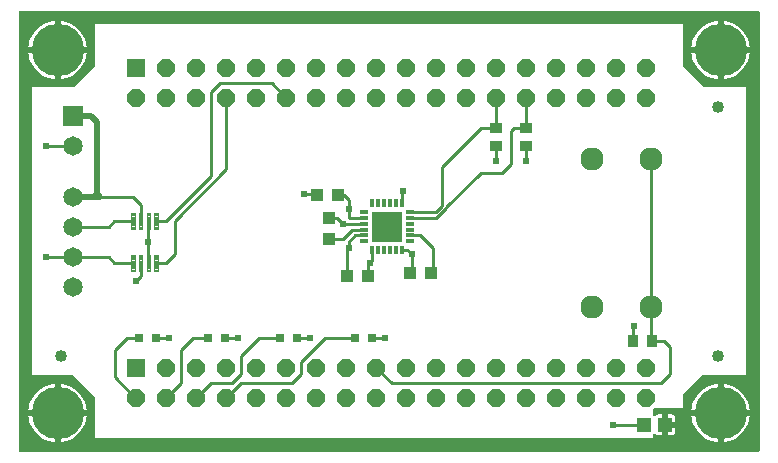
<source format=gbr>
G04 EAGLE Gerber RS-274X export*
G75*
%MOMM*%
%FSLAX34Y34*%
%LPD*%
%INTop Copper*%
%IPPOS*%
%AMOC8*
5,1,8,0,0,1.08239X$1,22.5*%
G01*
%ADD10R,1.524000X1.524000*%
%ADD11P,1.649562X8X22.500000*%
%ADD12C,1.960000*%
%ADD13C,0.100000*%
%ADD14R,0.800000X0.800000*%
%ADD15R,1.100000X1.000000*%
%ADD16R,0.949959X1.031241*%
%ADD17R,0.750000X0.350000*%
%ADD18R,0.350000X0.750000*%
%ADD19R,2.600000X2.600000*%
%ADD20C,1.651000*%
%ADD21R,1.000000X1.100000*%
%ADD22C,4.445000*%
%ADD23C,1.016000*%
%ADD24R,1.143000X1.270000*%
%ADD25R,1.651000X1.651000*%
%ADD26R,1.031241X0.949959*%
%ADD27C,0.254000*%
%ADD28C,0.609600*%
%ADD29C,0.508000*%

G36*
X629904Y374768D02*
X629904Y374768D01*
X629897Y374887D01*
X629884Y374925D01*
X629879Y374966D01*
X629836Y375076D01*
X629799Y375189D01*
X629777Y375224D01*
X629762Y375261D01*
X629693Y375357D01*
X629629Y375458D01*
X629599Y375486D01*
X629576Y375519D01*
X629484Y375595D01*
X629397Y375676D01*
X629362Y375696D01*
X629331Y375721D01*
X629223Y375772D01*
X629119Y375830D01*
X629079Y375840D01*
X629043Y375857D01*
X628926Y375879D01*
X628811Y375909D01*
X628751Y375913D01*
X628731Y375917D01*
X628710Y375915D01*
X628650Y375919D01*
X3810Y375919D01*
X3692Y375904D01*
X3573Y375897D01*
X3535Y375884D01*
X3494Y375879D01*
X3384Y375836D01*
X3271Y375799D01*
X3236Y375777D01*
X3199Y375762D01*
X3103Y375693D01*
X3002Y375629D01*
X2974Y375599D01*
X2941Y375576D01*
X2865Y375484D01*
X2784Y375397D01*
X2764Y375362D01*
X2739Y375331D01*
X2688Y375223D01*
X2630Y375119D01*
X2620Y375079D01*
X2603Y375043D01*
X2581Y374926D01*
X2551Y374811D01*
X2547Y374751D01*
X2543Y374731D01*
X2545Y374710D01*
X2541Y374650D01*
X2541Y3810D01*
X2556Y3692D01*
X2563Y3573D01*
X2576Y3535D01*
X2581Y3494D01*
X2624Y3384D01*
X2661Y3271D01*
X2683Y3236D01*
X2698Y3199D01*
X2767Y3103D01*
X2831Y3002D01*
X2861Y2974D01*
X2884Y2941D01*
X2976Y2865D01*
X3063Y2784D01*
X3098Y2764D01*
X3129Y2739D01*
X3237Y2688D01*
X3341Y2630D01*
X3381Y2620D01*
X3417Y2603D01*
X3534Y2581D01*
X3649Y2551D01*
X3709Y2547D01*
X3729Y2543D01*
X3750Y2545D01*
X3810Y2541D01*
X628650Y2541D01*
X628768Y2556D01*
X628887Y2563D01*
X628925Y2576D01*
X628966Y2581D01*
X629076Y2624D01*
X629189Y2661D01*
X629224Y2683D01*
X629261Y2698D01*
X629357Y2767D01*
X629458Y2831D01*
X629486Y2861D01*
X629519Y2884D01*
X629595Y2976D01*
X629676Y3063D01*
X629696Y3098D01*
X629721Y3129D01*
X629772Y3237D01*
X629830Y3341D01*
X629840Y3381D01*
X629857Y3417D01*
X629879Y3534D01*
X629909Y3649D01*
X629913Y3709D01*
X629917Y3729D01*
X629915Y3750D01*
X629919Y3810D01*
X629919Y374650D01*
X629904Y374768D01*
G37*
%LPC*%
G36*
X48260Y311151D02*
X48260Y311151D01*
X48358Y311163D01*
X48457Y311166D01*
X48515Y311183D01*
X48576Y311191D01*
X48668Y311227D01*
X48763Y311255D01*
X48815Y311285D01*
X48871Y311308D01*
X48951Y311366D01*
X49037Y311416D01*
X49112Y311482D01*
X49129Y311494D01*
X49136Y311504D01*
X49158Y311523D01*
X66938Y329303D01*
X66998Y329381D01*
X67066Y329453D01*
X67095Y329506D01*
X67132Y329554D01*
X67172Y329645D01*
X67220Y329731D01*
X67235Y329790D01*
X67259Y329846D01*
X67274Y329944D01*
X67299Y330039D01*
X67305Y330139D01*
X67309Y330160D01*
X67307Y330172D01*
X67309Y330200D01*
X67309Y364491D01*
X565151Y364491D01*
X565151Y330200D01*
X565163Y330102D01*
X565166Y330003D01*
X565183Y329945D01*
X565191Y329884D01*
X565227Y329792D01*
X565255Y329697D01*
X565285Y329645D01*
X565308Y329589D01*
X565366Y329509D01*
X565416Y329423D01*
X565482Y329348D01*
X565494Y329331D01*
X565504Y329324D01*
X565523Y329303D01*
X583303Y311523D01*
X583381Y311462D01*
X583453Y311394D01*
X583506Y311365D01*
X583554Y311328D01*
X583645Y311288D01*
X583731Y311240D01*
X583790Y311225D01*
X583846Y311201D01*
X583944Y311186D01*
X584039Y311161D01*
X584139Y311155D01*
X584160Y311151D01*
X584172Y311153D01*
X584200Y311151D01*
X618491Y311151D01*
X618491Y67309D01*
X581660Y67309D01*
X581562Y67297D01*
X581463Y67294D01*
X581405Y67277D01*
X581344Y67269D01*
X581252Y67233D01*
X581157Y67205D01*
X581105Y67175D01*
X581049Y67152D01*
X580969Y67094D01*
X580883Y67044D01*
X580808Y66978D01*
X580791Y66966D01*
X580784Y66956D01*
X580763Y66938D01*
X565523Y51698D01*
X565462Y51619D01*
X565394Y51547D01*
X565365Y51494D01*
X565328Y51446D01*
X565288Y51355D01*
X565240Y51269D01*
X565225Y51210D01*
X565201Y51154D01*
X565186Y51056D01*
X565161Y50961D01*
X565155Y50861D01*
X565154Y50854D01*
X565153Y50853D01*
X565151Y50840D01*
X565153Y50828D01*
X565151Y50800D01*
X565151Y39369D01*
X541020Y39369D01*
X540902Y39354D01*
X540783Y39347D01*
X540745Y39334D01*
X540704Y39329D01*
X540594Y39286D01*
X540481Y39249D01*
X540446Y39227D01*
X540409Y39212D01*
X540313Y39143D01*
X540212Y39079D01*
X540184Y39049D01*
X540151Y39026D01*
X540076Y38934D01*
X539994Y38847D01*
X539974Y38812D01*
X539949Y38781D01*
X539898Y38673D01*
X539840Y38569D01*
X539830Y38529D01*
X539813Y38493D01*
X539791Y38376D01*
X539761Y38261D01*
X539757Y38201D01*
X539753Y38181D01*
X539754Y38165D01*
X539753Y38160D01*
X539754Y38150D01*
X539751Y38100D01*
X539751Y33871D01*
X539769Y33726D01*
X539784Y33581D01*
X539789Y33568D01*
X539791Y33555D01*
X539844Y33420D01*
X539895Y33283D01*
X539903Y33272D01*
X539908Y33259D01*
X539994Y33141D01*
X540076Y33022D01*
X540087Y33013D01*
X540094Y33002D01*
X540207Y32909D01*
X540317Y32814D01*
X540329Y32808D01*
X540339Y32799D01*
X540471Y32737D01*
X540602Y32672D01*
X540615Y32669D01*
X540627Y32664D01*
X540770Y32636D01*
X540913Y32606D01*
X540926Y32607D01*
X540940Y32604D01*
X541085Y32613D01*
X541231Y32619D01*
X541244Y32623D01*
X541257Y32624D01*
X541396Y32669D01*
X541535Y32711D01*
X541547Y32718D01*
X541559Y32722D01*
X541683Y32800D01*
X541807Y32875D01*
X541817Y32885D01*
X541828Y32892D01*
X541929Y32999D01*
X542030Y33102D01*
X542040Y33117D01*
X542046Y33124D01*
X542054Y33139D01*
X542119Y33236D01*
X542162Y33310D01*
X542635Y33783D01*
X543214Y34118D01*
X543861Y34291D01*
X547371Y34291D01*
X547371Y26670D01*
X547386Y26552D01*
X547393Y26433D01*
X547406Y26395D01*
X547411Y26355D01*
X547454Y26244D01*
X547491Y26131D01*
X547513Y26096D01*
X547528Y26059D01*
X547598Y25963D01*
X547661Y25862D01*
X547691Y25834D01*
X547715Y25802D01*
X547806Y25726D01*
X547893Y25644D01*
X547928Y25625D01*
X547959Y25599D01*
X548067Y25548D01*
X548171Y25491D01*
X548211Y25480D01*
X548247Y25463D01*
X548364Y25441D01*
X548479Y25411D01*
X548540Y25407D01*
X548560Y25403D01*
X548580Y25405D01*
X548640Y25401D01*
X549911Y25401D01*
X549911Y25399D01*
X548640Y25399D01*
X548522Y25384D01*
X548403Y25377D01*
X548365Y25364D01*
X548325Y25359D01*
X548214Y25315D01*
X548101Y25279D01*
X548066Y25257D01*
X548029Y25242D01*
X547933Y25172D01*
X547832Y25109D01*
X547804Y25079D01*
X547771Y25055D01*
X547696Y24964D01*
X547614Y24877D01*
X547594Y24842D01*
X547569Y24810D01*
X547518Y24703D01*
X547460Y24599D01*
X547450Y24559D01*
X547433Y24523D01*
X547411Y24406D01*
X547381Y24291D01*
X547377Y24230D01*
X547373Y24210D01*
X547374Y24201D01*
X547373Y24198D01*
X547374Y24184D01*
X547371Y24130D01*
X547371Y16509D01*
X543861Y16509D01*
X543214Y16682D01*
X542635Y17017D01*
X542162Y17490D01*
X542119Y17564D01*
X542031Y17680D01*
X541946Y17798D01*
X541935Y17806D01*
X541927Y17817D01*
X541813Y17908D01*
X541701Y18001D01*
X541688Y18006D01*
X541678Y18015D01*
X541544Y18074D01*
X541413Y18136D01*
X541400Y18139D01*
X541387Y18144D01*
X541243Y18169D01*
X541101Y18196D01*
X541087Y18195D01*
X541074Y18197D01*
X540928Y18185D01*
X540783Y18176D01*
X540770Y18172D01*
X540757Y18171D01*
X540619Y18123D01*
X540481Y18078D01*
X540469Y18071D01*
X540456Y18067D01*
X540335Y17986D01*
X540212Y17908D01*
X540203Y17898D01*
X540191Y17891D01*
X540094Y17783D01*
X539994Y17676D01*
X539987Y17665D01*
X539978Y17655D01*
X539911Y17526D01*
X539840Y17398D01*
X539837Y17385D01*
X539831Y17373D01*
X539797Y17231D01*
X539761Y17090D01*
X539760Y17072D01*
X539758Y17063D01*
X539758Y17046D01*
X539751Y16929D01*
X539751Y13969D01*
X67309Y13969D01*
X67309Y48260D01*
X67297Y48358D01*
X67294Y48457D01*
X67277Y48515D01*
X67269Y48576D01*
X67233Y48668D01*
X67205Y48763D01*
X67175Y48815D01*
X67152Y48871D01*
X67094Y48951D01*
X67044Y49037D01*
X66978Y49112D01*
X66966Y49129D01*
X66956Y49136D01*
X66938Y49158D01*
X49158Y66938D01*
X49079Y66998D01*
X49007Y67066D01*
X48954Y67095D01*
X48906Y67132D01*
X48815Y67172D01*
X48729Y67220D01*
X48670Y67235D01*
X48614Y67259D01*
X48516Y67274D01*
X48421Y67299D01*
X48321Y67305D01*
X48300Y67309D01*
X48288Y67307D01*
X48260Y67309D01*
X13969Y67309D01*
X13969Y311151D01*
X48260Y311151D01*
G37*
%LPD*%
%LPC*%
G36*
X599439Y345439D02*
X599439Y345439D01*
X599439Y367536D01*
X601055Y367354D01*
X603767Y366735D01*
X606392Y365817D01*
X608899Y364610D01*
X611254Y363130D01*
X613429Y361395D01*
X615395Y359429D01*
X617130Y357254D01*
X618610Y354899D01*
X619817Y352392D01*
X620735Y349767D01*
X621354Y347055D01*
X621536Y345439D01*
X599439Y345439D01*
G37*
%LPD*%
%LPC*%
G36*
X38099Y38099D02*
X38099Y38099D01*
X38099Y60196D01*
X39715Y60014D01*
X42427Y59395D01*
X45052Y58477D01*
X47559Y57270D01*
X49914Y55790D01*
X52089Y54055D01*
X54055Y52089D01*
X55790Y49914D01*
X57270Y47559D01*
X58477Y45052D01*
X59395Y42427D01*
X60014Y39715D01*
X60196Y38099D01*
X38099Y38099D01*
G37*
%LPD*%
%LPC*%
G36*
X599439Y38099D02*
X599439Y38099D01*
X599439Y60196D01*
X601055Y60014D01*
X603767Y59395D01*
X606392Y58477D01*
X608899Y57270D01*
X611254Y55790D01*
X613429Y54055D01*
X615395Y52089D01*
X617130Y49914D01*
X618610Y47559D01*
X619817Y45052D01*
X620735Y42427D01*
X621354Y39715D01*
X621536Y38099D01*
X599439Y38099D01*
G37*
%LPD*%
%LPC*%
G36*
X38099Y345439D02*
X38099Y345439D01*
X38099Y367536D01*
X39715Y367354D01*
X42427Y366735D01*
X45052Y365817D01*
X47559Y364610D01*
X49914Y363130D01*
X52089Y361395D01*
X54055Y359429D01*
X55790Y357254D01*
X57270Y354899D01*
X58477Y352392D01*
X59395Y349767D01*
X60014Y347055D01*
X60196Y345439D01*
X38099Y345439D01*
G37*
%LPD*%
%LPC*%
G36*
X572264Y38099D02*
X572264Y38099D01*
X572446Y39715D01*
X573065Y42427D01*
X573983Y45052D01*
X575190Y47559D01*
X576670Y49914D01*
X578405Y52089D01*
X580371Y54055D01*
X582546Y55790D01*
X584901Y57270D01*
X587408Y58477D01*
X590033Y59395D01*
X592745Y60014D01*
X594361Y60196D01*
X594361Y38099D01*
X572264Y38099D01*
G37*
%LPD*%
%LPC*%
G36*
X10924Y38099D02*
X10924Y38099D01*
X11106Y39715D01*
X11725Y42427D01*
X12643Y45052D01*
X13850Y47559D01*
X15330Y49914D01*
X17065Y52089D01*
X19031Y54055D01*
X21206Y55790D01*
X23561Y57270D01*
X26068Y58477D01*
X28693Y59395D01*
X31405Y60014D01*
X33021Y60196D01*
X33021Y38099D01*
X10924Y38099D01*
G37*
%LPD*%
%LPC*%
G36*
X599439Y340361D02*
X599439Y340361D01*
X621536Y340361D01*
X621354Y338745D01*
X620735Y336033D01*
X619817Y333408D01*
X618610Y330901D01*
X617130Y328546D01*
X615395Y326371D01*
X613429Y324405D01*
X611254Y322670D01*
X608899Y321190D01*
X606392Y319983D01*
X603767Y319065D01*
X601055Y318446D01*
X599439Y318264D01*
X599439Y340361D01*
G37*
%LPD*%
%LPC*%
G36*
X599439Y33021D02*
X599439Y33021D01*
X621536Y33021D01*
X621354Y31405D01*
X620735Y28693D01*
X619817Y26068D01*
X618610Y23561D01*
X617130Y21206D01*
X615395Y19031D01*
X613429Y17065D01*
X611254Y15330D01*
X608899Y13850D01*
X606392Y12643D01*
X603767Y11725D01*
X601055Y11106D01*
X599439Y10924D01*
X599439Y33021D01*
G37*
%LPD*%
%LPC*%
G36*
X38099Y340361D02*
X38099Y340361D01*
X60196Y340361D01*
X60014Y338745D01*
X59395Y336033D01*
X58477Y333408D01*
X57270Y330901D01*
X55790Y328546D01*
X54055Y326371D01*
X52089Y324405D01*
X49914Y322670D01*
X47559Y321190D01*
X45052Y319983D01*
X42427Y319065D01*
X39715Y318446D01*
X38099Y318264D01*
X38099Y340361D01*
G37*
%LPD*%
%LPC*%
G36*
X38099Y33021D02*
X38099Y33021D01*
X60196Y33021D01*
X60014Y31405D01*
X59395Y28693D01*
X58477Y26068D01*
X57270Y23561D01*
X55790Y21206D01*
X54055Y19031D01*
X52089Y17065D01*
X49914Y15330D01*
X47559Y13850D01*
X45052Y12643D01*
X42427Y11725D01*
X39715Y11106D01*
X38099Y10924D01*
X38099Y33021D01*
G37*
%LPD*%
%LPC*%
G36*
X572264Y345439D02*
X572264Y345439D01*
X572446Y347055D01*
X573065Y349767D01*
X573983Y352392D01*
X575190Y354899D01*
X576670Y357254D01*
X578405Y359429D01*
X580371Y361395D01*
X582546Y363130D01*
X584901Y364610D01*
X587408Y365817D01*
X590033Y366735D01*
X592745Y367354D01*
X594361Y367536D01*
X594361Y345439D01*
X572264Y345439D01*
G37*
%LPD*%
%LPC*%
G36*
X10924Y345439D02*
X10924Y345439D01*
X11106Y347055D01*
X11725Y349767D01*
X12643Y352392D01*
X13850Y354899D01*
X15330Y357254D01*
X17065Y359429D01*
X19031Y361395D01*
X21206Y363130D01*
X23561Y364610D01*
X26068Y365817D01*
X28693Y366735D01*
X31405Y367354D01*
X33021Y367536D01*
X33021Y345439D01*
X10924Y345439D01*
G37*
%LPD*%
%LPC*%
G36*
X31405Y11106D02*
X31405Y11106D01*
X28693Y11725D01*
X26068Y12643D01*
X23561Y13850D01*
X21206Y15330D01*
X19031Y17065D01*
X17065Y19031D01*
X15330Y21206D01*
X13850Y23561D01*
X12643Y26068D01*
X11725Y28693D01*
X11106Y31405D01*
X10924Y33021D01*
X33021Y33021D01*
X33021Y10924D01*
X31405Y11106D01*
G37*
%LPD*%
%LPC*%
G36*
X31405Y318446D02*
X31405Y318446D01*
X28693Y319065D01*
X26068Y319983D01*
X23561Y321190D01*
X21206Y322670D01*
X19031Y324405D01*
X17065Y326371D01*
X15330Y328546D01*
X13850Y330901D01*
X12643Y333408D01*
X11725Y336033D01*
X11106Y338745D01*
X10924Y340361D01*
X33021Y340361D01*
X33021Y318264D01*
X31405Y318446D01*
G37*
%LPD*%
%LPC*%
G36*
X592745Y11106D02*
X592745Y11106D01*
X590033Y11725D01*
X587408Y12643D01*
X584901Y13850D01*
X582546Y15330D01*
X580371Y17065D01*
X578405Y19031D01*
X576670Y21206D01*
X575190Y23561D01*
X573983Y26068D01*
X573065Y28693D01*
X572446Y31405D01*
X572264Y33021D01*
X594361Y33021D01*
X594361Y10924D01*
X592745Y11106D01*
G37*
%LPD*%
%LPC*%
G36*
X592745Y318446D02*
X592745Y318446D01*
X590033Y319065D01*
X587408Y319983D01*
X584901Y321190D01*
X582546Y322670D01*
X580371Y324405D01*
X578405Y326371D01*
X576670Y328546D01*
X575190Y330901D01*
X573983Y333408D01*
X573065Y336033D01*
X572446Y338745D01*
X572264Y340361D01*
X594361Y340361D01*
X594361Y318264D01*
X592745Y318446D01*
G37*
%LPD*%
%LPC*%
G36*
X552449Y27939D02*
X552449Y27939D01*
X552449Y34291D01*
X555959Y34291D01*
X556606Y34118D01*
X557185Y33783D01*
X557658Y33310D01*
X557993Y32731D01*
X558166Y32084D01*
X558166Y27939D01*
X552449Y27939D01*
G37*
%LPD*%
%LPC*%
G36*
X552449Y16509D02*
X552449Y16509D01*
X552449Y22861D01*
X558166Y22861D01*
X558166Y18716D01*
X557993Y18069D01*
X557658Y17490D01*
X557185Y17017D01*
X556606Y16682D01*
X555959Y16509D01*
X552449Y16509D01*
G37*
%LPD*%
%LPC*%
G36*
X35559Y35559D02*
X35559Y35559D01*
X35559Y35561D01*
X35561Y35561D01*
X35561Y35559D01*
X35559Y35559D01*
G37*
%LPD*%
%LPC*%
G36*
X596899Y35559D02*
X596899Y35559D01*
X596899Y35561D01*
X596901Y35561D01*
X596901Y35559D01*
X596899Y35559D01*
G37*
%LPD*%
%LPC*%
G36*
X596899Y342899D02*
X596899Y342899D01*
X596899Y342901D01*
X596901Y342901D01*
X596901Y342899D01*
X596899Y342899D01*
G37*
%LPD*%
%LPC*%
G36*
X35559Y342899D02*
X35559Y342899D01*
X35559Y342901D01*
X35561Y342901D01*
X35561Y342899D01*
X35559Y342899D01*
G37*
%LPD*%
D10*
X102280Y327920D03*
D11*
X102280Y302520D03*
X127680Y327920D03*
X127680Y302520D03*
X153080Y327920D03*
X153080Y302520D03*
X178480Y327920D03*
X178480Y302520D03*
X203880Y327920D03*
X203880Y302520D03*
X229280Y327920D03*
X229280Y302520D03*
X254680Y327920D03*
X254680Y302520D03*
X280080Y327920D03*
X280080Y302520D03*
X305480Y327920D03*
X305480Y302520D03*
X330880Y327920D03*
X330880Y302520D03*
X356280Y327920D03*
X356280Y302520D03*
X381680Y327920D03*
X381680Y302520D03*
X407080Y327920D03*
X407080Y302520D03*
X432480Y327920D03*
X432480Y302520D03*
X457880Y327920D03*
X457880Y302520D03*
X483280Y327920D03*
X483280Y302520D03*
X508680Y327920D03*
X508680Y302520D03*
X534080Y327920D03*
X534080Y302520D03*
D10*
X102280Y73920D03*
D11*
X102280Y48520D03*
X127680Y73920D03*
X127680Y48520D03*
X153080Y73920D03*
X153080Y48520D03*
X178480Y73920D03*
X178480Y48520D03*
X203880Y73920D03*
X203880Y48520D03*
X229280Y73920D03*
X229280Y48520D03*
X254680Y73920D03*
X254680Y48520D03*
X280080Y73920D03*
X280080Y48520D03*
X305480Y73920D03*
X305480Y48520D03*
X330880Y73920D03*
X330880Y48520D03*
X356280Y73920D03*
X356280Y48520D03*
X381680Y73920D03*
X381680Y48520D03*
X407080Y73920D03*
X407080Y48520D03*
X432480Y73920D03*
X432480Y48520D03*
X457880Y73920D03*
X457880Y48520D03*
X483280Y73920D03*
X483280Y48520D03*
X508680Y73920D03*
X508680Y48520D03*
X534080Y73920D03*
X534080Y48520D03*
D12*
X538080Y125460D03*
X488080Y125460D03*
X488080Y250460D03*
X538080Y250460D03*
D13*
X100970Y169240D02*
X100970Y156040D01*
X97970Y156040D01*
X97970Y169240D01*
X100970Y169240D01*
X100970Y156990D02*
X97970Y156990D01*
X97970Y157940D02*
X100970Y157940D01*
X100970Y158890D02*
X97970Y158890D01*
X97970Y159840D02*
X100970Y159840D01*
X100970Y160790D02*
X97970Y160790D01*
X97970Y161740D02*
X100970Y161740D01*
X100970Y162690D02*
X97970Y162690D01*
X97970Y163640D02*
X100970Y163640D01*
X100970Y164590D02*
X97970Y164590D01*
X97970Y165540D02*
X100970Y165540D01*
X100970Y166490D02*
X97970Y166490D01*
X97970Y167440D02*
X100970Y167440D01*
X100970Y168390D02*
X97970Y168390D01*
X107470Y169240D02*
X107470Y156040D01*
X104470Y156040D01*
X104470Y169240D01*
X107470Y169240D01*
X107470Y156990D02*
X104470Y156990D01*
X104470Y157940D02*
X107470Y157940D01*
X107470Y158890D02*
X104470Y158890D01*
X104470Y159840D02*
X107470Y159840D01*
X107470Y160790D02*
X104470Y160790D01*
X104470Y161740D02*
X107470Y161740D01*
X107470Y162690D02*
X104470Y162690D01*
X104470Y163640D02*
X107470Y163640D01*
X107470Y164590D02*
X104470Y164590D01*
X104470Y165540D02*
X107470Y165540D01*
X107470Y166490D02*
X104470Y166490D01*
X104470Y167440D02*
X107470Y167440D01*
X107470Y168390D02*
X104470Y168390D01*
X113970Y169240D02*
X113970Y156040D01*
X110970Y156040D01*
X110970Y169240D01*
X113970Y169240D01*
X113970Y156990D02*
X110970Y156990D01*
X110970Y157940D02*
X113970Y157940D01*
X113970Y158890D02*
X110970Y158890D01*
X110970Y159840D02*
X113970Y159840D01*
X113970Y160790D02*
X110970Y160790D01*
X110970Y161740D02*
X113970Y161740D01*
X113970Y162690D02*
X110970Y162690D01*
X110970Y163640D02*
X113970Y163640D01*
X113970Y164590D02*
X110970Y164590D01*
X110970Y165540D02*
X113970Y165540D01*
X113970Y166490D02*
X110970Y166490D01*
X110970Y167440D02*
X113970Y167440D01*
X113970Y168390D02*
X110970Y168390D01*
X120470Y169240D02*
X120470Y156040D01*
X117470Y156040D01*
X117470Y169240D01*
X120470Y169240D01*
X120470Y156990D02*
X117470Y156990D01*
X117470Y157940D02*
X120470Y157940D01*
X120470Y158890D02*
X117470Y158890D01*
X117470Y159840D02*
X120470Y159840D01*
X120470Y160790D02*
X117470Y160790D01*
X117470Y161740D02*
X120470Y161740D01*
X120470Y162690D02*
X117470Y162690D01*
X117470Y163640D02*
X120470Y163640D01*
X120470Y164590D02*
X117470Y164590D01*
X117470Y165540D02*
X120470Y165540D01*
X120470Y166490D02*
X117470Y166490D01*
X117470Y167440D02*
X120470Y167440D01*
X120470Y168390D02*
X117470Y168390D01*
X120470Y191440D02*
X120470Y204640D01*
X120470Y191440D02*
X117470Y191440D01*
X117470Y204640D01*
X120470Y204640D01*
X120470Y192390D02*
X117470Y192390D01*
X117470Y193340D02*
X120470Y193340D01*
X120470Y194290D02*
X117470Y194290D01*
X117470Y195240D02*
X120470Y195240D01*
X120470Y196190D02*
X117470Y196190D01*
X117470Y197140D02*
X120470Y197140D01*
X120470Y198090D02*
X117470Y198090D01*
X117470Y199040D02*
X120470Y199040D01*
X120470Y199990D02*
X117470Y199990D01*
X117470Y200940D02*
X120470Y200940D01*
X120470Y201890D02*
X117470Y201890D01*
X117470Y202840D02*
X120470Y202840D01*
X120470Y203790D02*
X117470Y203790D01*
X113970Y204640D02*
X113970Y191440D01*
X110970Y191440D01*
X110970Y204640D01*
X113970Y204640D01*
X113970Y192390D02*
X110970Y192390D01*
X110970Y193340D02*
X113970Y193340D01*
X113970Y194290D02*
X110970Y194290D01*
X110970Y195240D02*
X113970Y195240D01*
X113970Y196190D02*
X110970Y196190D01*
X110970Y197140D02*
X113970Y197140D01*
X113970Y198090D02*
X110970Y198090D01*
X110970Y199040D02*
X113970Y199040D01*
X113970Y199990D02*
X110970Y199990D01*
X110970Y200940D02*
X113970Y200940D01*
X113970Y201890D02*
X110970Y201890D01*
X110970Y202840D02*
X113970Y202840D01*
X113970Y203790D02*
X110970Y203790D01*
X107470Y204640D02*
X107470Y191440D01*
X104470Y191440D01*
X104470Y204640D01*
X107470Y204640D01*
X107470Y192390D02*
X104470Y192390D01*
X104470Y193340D02*
X107470Y193340D01*
X107470Y194290D02*
X104470Y194290D01*
X104470Y195240D02*
X107470Y195240D01*
X107470Y196190D02*
X104470Y196190D01*
X104470Y197140D02*
X107470Y197140D01*
X107470Y198090D02*
X104470Y198090D01*
X104470Y199040D02*
X107470Y199040D01*
X107470Y199990D02*
X104470Y199990D01*
X104470Y200940D02*
X107470Y200940D01*
X107470Y201890D02*
X104470Y201890D01*
X104470Y202840D02*
X107470Y202840D01*
X107470Y203790D02*
X104470Y203790D01*
X100970Y204640D02*
X100970Y191440D01*
X97970Y191440D01*
X97970Y204640D01*
X100970Y204640D01*
X100970Y192390D02*
X97970Y192390D01*
X97970Y193340D02*
X100970Y193340D01*
X100970Y194290D02*
X97970Y194290D01*
X97970Y195240D02*
X100970Y195240D01*
X100970Y196190D02*
X97970Y196190D01*
X97970Y197140D02*
X100970Y197140D01*
X100970Y198090D02*
X97970Y198090D01*
X97970Y199040D02*
X100970Y199040D01*
X100970Y199990D02*
X97970Y199990D01*
X97970Y200940D02*
X100970Y200940D01*
X100970Y201890D02*
X97970Y201890D01*
X97970Y202840D02*
X100970Y202840D01*
X100970Y203790D02*
X97970Y203790D01*
D14*
X104260Y99060D03*
X119260Y99060D03*
D15*
X281060Y151130D03*
X298060Y151130D03*
D14*
X162680Y99060D03*
X177680Y99060D03*
X223640Y99060D03*
X238640Y99060D03*
X287140Y99060D03*
X302140Y99060D03*
D16*
X522859Y96520D03*
X538861Y96520D03*
D17*
X294890Y205860D03*
X294890Y200860D03*
X294890Y195860D03*
X294890Y190860D03*
X294890Y185860D03*
X294890Y180860D03*
X334390Y205860D03*
X334390Y200860D03*
X334390Y195860D03*
X334390Y190860D03*
X334390Y185860D03*
X334390Y180860D03*
D18*
X317140Y213110D03*
X302140Y213110D03*
X307140Y213110D03*
X312140Y213110D03*
X322140Y213110D03*
X327140Y213110D03*
X327140Y173610D03*
X322140Y173610D03*
X317140Y173610D03*
X312140Y173610D03*
X307140Y173610D03*
X302140Y173610D03*
D19*
X314640Y193360D03*
D20*
X48260Y218440D03*
X48260Y193040D03*
X48260Y167640D03*
X48260Y142240D03*
D21*
X265430Y183270D03*
X265430Y200270D03*
D15*
X351400Y153670D03*
X334400Y153670D03*
X255660Y219710D03*
X272660Y219710D03*
D22*
X35560Y342900D03*
X35560Y35560D03*
X596900Y35560D03*
X596900Y342900D03*
D23*
X594360Y83820D03*
X38100Y83820D03*
X594360Y294640D03*
D24*
X532130Y25400D03*
X549910Y25400D03*
D25*
X48260Y287020D03*
D20*
X48260Y261620D03*
D26*
X431800Y261239D03*
X431800Y277241D03*
X406400Y261239D03*
X406400Y277241D03*
D27*
X294890Y185860D02*
X287460Y185860D01*
X281940Y180340D01*
X281940Y175260D01*
D28*
X281940Y175260D03*
D27*
X276860Y195580D02*
X277140Y195860D01*
X294890Y195860D01*
D28*
X276860Y195580D03*
D27*
X272170Y200270D02*
X265430Y200270D01*
X272170Y200270D02*
X276860Y195580D01*
X255660Y219710D02*
X254390Y220980D01*
X243840Y220980D01*
D28*
X243840Y220980D03*
D27*
X302140Y99060D02*
X312420Y99060D01*
X248920Y99060D02*
X238640Y99060D01*
X187960Y99060D02*
X177680Y99060D01*
X129540Y99060D02*
X119260Y99060D01*
D28*
X312420Y99060D03*
X248920Y99060D03*
X187960Y99060D03*
X129540Y99060D03*
D27*
X105970Y151690D02*
X105970Y162640D01*
X105970Y151690D02*
X101600Y147320D01*
D28*
X101600Y147320D03*
D27*
X505460Y25400D02*
X532130Y25400D01*
D28*
X505460Y25400D03*
D27*
X281060Y151130D02*
X281060Y174380D01*
X281940Y175260D01*
X327140Y173610D02*
X331850Y173610D01*
X335280Y170180D01*
D28*
X335280Y170180D03*
D27*
X327140Y213110D02*
X327140Y223000D01*
X327660Y223520D01*
D28*
X327660Y223520D03*
D27*
X48260Y261620D02*
X25400Y261620D01*
D28*
X25400Y261620D03*
D27*
X335280Y170180D02*
X335280Y154550D01*
X334400Y153670D01*
X294890Y200860D02*
X281940Y200860D01*
X281940Y208280D01*
D28*
X281940Y208280D03*
D27*
X278130Y219710D02*
X272660Y219710D01*
X278130Y219710D02*
X281940Y215900D01*
X281940Y208280D01*
X112470Y198040D02*
X112470Y181050D01*
X111760Y180340D01*
D28*
X111760Y180340D03*
D27*
X111760Y163350D02*
X112470Y162640D01*
X111760Y163350D02*
X111760Y180340D01*
X302140Y173610D02*
X302140Y164980D01*
X299720Y162560D01*
D28*
X299720Y162560D03*
D27*
X298060Y160900D02*
X298060Y151130D01*
X298060Y160900D02*
X299720Y162560D01*
X406400Y248920D02*
X406400Y261239D01*
X431800Y261239D02*
X431800Y248920D01*
D28*
X431800Y248920D03*
X406400Y248920D03*
D27*
X522859Y108839D02*
X522859Y96520D01*
X522859Y108839D02*
X523240Y109220D01*
D28*
X523240Y109220D03*
D27*
X287140Y99060D02*
X261620Y99060D01*
X241300Y78740D01*
X241300Y68580D01*
X233680Y60960D01*
X190920Y60960D02*
X178480Y48520D01*
X190920Y60960D02*
X233680Y60960D01*
X223640Y99060D02*
X205740Y99060D01*
X190500Y83820D01*
X190500Y68580D01*
X182880Y60960D01*
X165520Y60960D02*
X153080Y48520D01*
X165520Y60960D02*
X182880Y60960D01*
X162680Y99060D02*
X149860Y99060D01*
X139700Y88900D01*
X139700Y60540D02*
X127680Y48520D01*
X139700Y60540D02*
X139700Y88900D01*
X104260Y99060D02*
X93980Y99060D01*
X83820Y88900D01*
X83820Y66040D02*
X101340Y48520D01*
X102280Y48520D01*
X83820Y66040D02*
X83820Y88900D01*
X538080Y125460D02*
X538080Y250460D01*
X538080Y97301D02*
X538861Y96520D01*
X538080Y97301D02*
X538080Y125460D01*
X538861Y96520D02*
X548640Y96520D01*
X553720Y91440D01*
X553720Y68580D02*
X546100Y60960D01*
X318440Y60960D01*
X305480Y73920D01*
X553720Y68580D02*
X553720Y91440D01*
X99470Y198040D02*
X83740Y198040D01*
X78740Y193040D01*
X48260Y193040D01*
X83740Y162640D02*
X99470Y162640D01*
X83740Y162640D02*
X78740Y167640D01*
X48260Y167640D01*
X25400Y167640D01*
D28*
X25400Y167640D03*
D27*
X118970Y198040D02*
X119050Y198120D01*
X127000Y198120D01*
X165100Y236220D01*
X165100Y307340D02*
X172720Y314960D01*
X216840Y314960D02*
X229280Y302520D01*
X165100Y307340D02*
X165100Y236220D01*
X172720Y314960D02*
X216840Y314960D01*
X126920Y162640D02*
X118970Y162640D01*
X126920Y162640D02*
X127000Y162560D01*
X134620Y170180D01*
X178480Y241980D02*
X178480Y302520D01*
X134620Y198120D02*
X134620Y170180D01*
X134620Y198120D02*
X178480Y241980D01*
X284840Y190860D02*
X294890Y190860D01*
X277250Y183270D02*
X265430Y183270D01*
X277250Y183270D02*
X284840Y190860D01*
X407080Y277921D02*
X407080Y302520D01*
X407080Y277921D02*
X406400Y277241D01*
X406019Y276860D01*
X393700Y276860D01*
X360680Y243840D01*
X360680Y210820D02*
X355600Y205740D01*
X334510Y205740D01*
X334390Y205860D01*
X360680Y210820D02*
X360680Y243840D01*
X432480Y277921D02*
X432480Y302520D01*
X432480Y277921D02*
X431800Y277241D01*
X364490Y209550D02*
X364490Y209242D01*
X364490Y209550D02*
X393700Y238760D01*
X356108Y200860D02*
X334390Y200860D01*
X356108Y200860D02*
X364490Y209242D01*
X393700Y238760D02*
X411480Y238760D01*
X419100Y246380D01*
X422021Y277241D02*
X431800Y277241D01*
X419100Y274320D02*
X419100Y246380D01*
X419100Y274320D02*
X422021Y277241D01*
X342460Y185860D02*
X334390Y185860D01*
X342460Y185860D02*
X353060Y175260D01*
X353060Y155330D01*
X351400Y153670D01*
D29*
X66040Y218440D02*
X48260Y218440D01*
X66040Y218440D02*
X68580Y220980D01*
X63500Y287020D02*
X48260Y287020D01*
X63500Y287020D02*
X68580Y281940D01*
X68580Y220980D01*
D27*
X105970Y211530D02*
X105970Y198040D01*
X99060Y218440D02*
X71120Y218440D01*
D29*
X68580Y220980D01*
D27*
X99060Y218440D02*
X105970Y211530D01*
D29*
X71120Y218440D02*
X66040Y218440D01*
M02*

</source>
